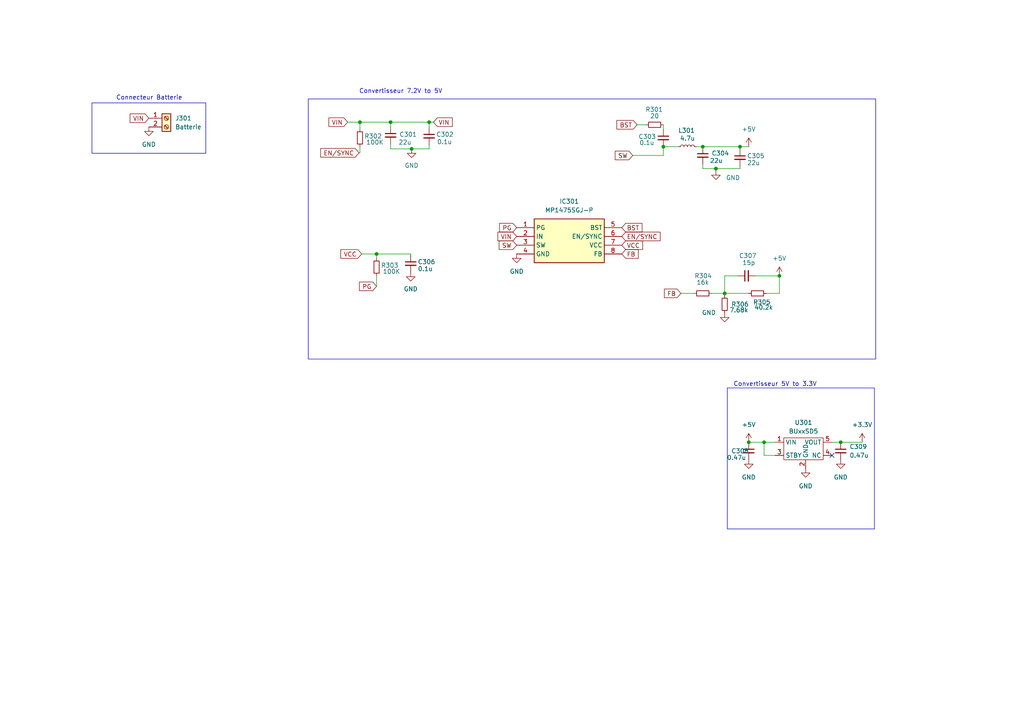
<source format=kicad_sch>
(kicad_sch (version 20231120) (generator "eeschema") (generator_version "8.0")
  (paper "A4")
  (title_block (title "ESE_BAHL") (date "2024-09-17") (rev "v1.09.24") (company "ENSEA"))
  (lib_symbols
    (symbol "Connector:Screw_Terminal_01x02" (pin_names (offset 1.016) hide)
      (property "Reference" "J" (at 0 2.54 0))
      (property "Value" "Screw_Terminal_01x02" (at 0 -5.08 0))
      (symbol "Screw_Terminal_01x02_1_1"
        (rectangle (start -1.27 1.27) (end 1.27 -3.81) (stroke (width 0.254)) (fill (type background)))
        (circle (center 0 -2.54) (radius 0.635) (stroke (width 0.1524)))
        (polyline (pts (xy -0.5334 -2.2098) (xy 0.3302 -3.048)) (stroke (width 0.1524)))
        (polyline (pts (xy -0.5334 0.3302) (xy 0.3302 -0.508)) (stroke (width 0.1524)))
        (polyline (pts (xy -0.3556 -2.032) (xy 0.508 -2.8702)) (stroke (width 0.1524)))
        (polyline (pts (xy -0.3556 0.508) (xy 0.508 -0.3302)) (stroke (width 0.1524)))
        (circle (center 0 0) (radius 0.635) (stroke (width 0.1524)))
        (pin passive line (at -5.08 0 0) (length 3.81) (name "Pin_1") (number "1"))
        (pin passive line (at -5.08 -2.54 0) (length 3.81) (name "Pin_2") (number "2"))
      )
    )
    (symbol "Device:C_Small" (pin_numbers hide) (pin_names (offset 0.254) hide)
      (property "Reference" "C" (at 0.254 1.778 0))
      (property "Value" "C_Small" (at 0.254 -2.032 0))
      (symbol "C_Small_0_1"
        (polyline (pts (xy -1.524 -0.508) (xy 1.524 -0.508)) (stroke (width 0.3302)))
        (polyline (pts (xy -1.524 0.508) (xy 1.524 0.508)) (stroke (width 0.3048)))
      )
      (symbol "C_Small_1_1"
        (pin passive line (at 0 2.54 270) (length 2.032) (name "~") (number "1"))
        (pin passive line (at 0 -2.54 90) (length 2.032) (name "~") (number "2"))
      )
    )
    (symbol "Device:L_Small" (pin_numbers hide) (pin_names (offset 0.254) hide)
      (property "Reference" "L" (at 0.762 1.016 0))
      (property "Value" "L_Small" (at 0.762 -1.016 0))
      (symbol "L_Small_0_1"
        (arc (start 0 -2.032) (mid 0.5058 -1.524) (end 0 -1.016))
        (arc (start 0 -1.016) (mid 0.5058 -0.508) (end 0 0))
        (arc (start 0 0) (mid 0.5058 0.508) (end 0 1.016))
        (arc (start 0 1.016) (mid 0.5058 1.524) (end 0 2.032))
      )
      (symbol "L_Small_1_1"
        (pin passive line (at 0 2.54 270) (length 0.508) (name "~") (number "1"))
        (pin passive line (at 0 -2.54 90) (length 0.508) (name "~") (number "2"))
      )
    )
    (symbol "Device:R_Small" (pin_numbers hide) (pin_names (offset 0.254) hide)
      (property "Reference" "R" (at 0.762 0.508 0))
      (property "Value" "R_Small" (at 0.762 -1.016 0))
      (symbol "R_Small_0_1"
        (rectangle (start -0.762 1.778) (end 0.762 -1.778) (stroke (width 0.2032)))
      )
      (symbol "R_Small_1_1"
        (pin passive line (at 0 2.54 270) (length 0.762) (name "~") (number "1"))
        (pin passive line (at 0 -2.54 90) (length 0.762) (name "~") (number "2"))
      )
    )
    (symbol "ESE_2425:BUxxSD5"
      (property "Reference" "U" (at -1.27 6.35 0))
      (property "Value" "BUxxSD5" (at 6.35 6.35 0))
      (symbol "BUxxSD5_0_1"
        (rectangle (start -2.54 3.81) (end 8.89 -2.54))
      )
      (symbol "BUxxSD5_1_1"
        (pin power_in line (at -5.08 2.54 0) (length 2.54) (name "VIN") (number "1"))
        (pin input line (at 3.81 -5.08 90) (length 2.54) (name "GND") (number "2"))
        (pin input line (at -5.08 -1.27 0) (length 2.54) (name "STBY") (number "3"))
        (pin input line (at 11.43 -1.27 180) (length 2.54) (name "NC") (number "4"))
        (pin power_out line (at 11.43 2.54 180) (length 2.54) (name "VOUT") (number "5"))
      )
    )
    (symbol "MP1475SGJ-P:MP1475SGJ-P"
      (property "Reference" "IC" (at 26.67 7.62 0))
      (property "Value" "MP1475SGJ-P" (at 26.67 5.08 0))
      (symbol "MP1475SGJ-P_1_1"
        (rectangle (start 5.08 2.54) (end 25.4 -10.16) (stroke (width 0.254)) (fill (type background)))
        (pin passive line (at 0 0 0) (length 5.08) (name "PG") (number "1"))
        (pin passive line (at 0 -2.54 0) (length 5.08) (name "IN") (number "2"))
        (pin passive line (at 0 -5.08 0) (length 5.08) (name "SW") (number "3"))
        (pin passive line (at 0 -7.62 0) (length 5.08) (name "GND") (number "4"))
        (pin passive line (at 30.48 0 180) (length 5.08) (name "BST") (number "5"))
        (pin passive line (at 30.48 -2.54 180) (length 5.08) (name "EN/SYNC") (number "6"))
        (pin passive line (at 30.48 -5.08 180) (length 5.08) (name "VCC") (number "7"))
        (pin passive line (at 30.48 -7.62 180) (length 5.08) (name "FB") (number "8"))
      )
    )
    (symbol "power:+3.3V" (power) (pin_names (offset 0))
      (property "Value" "+3.3V" (at 0 3.556 0))
      (symbol "+3.3V_0_1"
        (polyline (pts (xy -0.762 1.27) (xy 0 2.54)))
        (polyline (pts (xy 0 0) (xy 0 2.54)))
        (polyline (pts (xy 0 2.54) (xy 0.762 1.27)))
      )
      (symbol "+3.3V_1_1"
        (pin power_in line (at 0 0 90) (length 0) hide (name "+3.3V") (number "1"))
      )
    )
    (symbol "power:+5V" (power) (pin_names (offset 0))
      (property "Value" "+5V" (at 0 3.556 0))
      (symbol "+5V_0_1"
        (polyline (pts (xy -0.762 1.27) (xy 0 2.54)))
        (polyline (pts (xy 0 0) (xy 0 2.54)))
        (polyline (pts (xy 0 2.54) (xy 0.762 1.27)))
      )
      (symbol "+5V_1_1"
        (pin power_in line (at 0 0 90) (length 0) hide (name "+5V") (number "1"))
      )
    )
    (symbol "power:GND" (power) (pin_names (offset 0))
      (property "Value" "GND" (at 0 -3.81 0))
      (symbol "GND_0_1"
        (polyline (pts (xy 0 0) (xy 0 -1.27) (xy 1.27 -1.27) (xy 0 -2.54) (xy -1.27 -1.27) (xy 0 -1.27)))
      )
      (symbol "GND_1_1"
        (pin power_in line (at 0 0 270) (length 0) hide (name "GND") (number "1"))
      )
    )
  )
  (junction (at 243.84 128.27))
  (junction (at 203.835 42.545))
  (junction (at 124.46 35.433))
  (junction (at 109.22 73.66))
  (junction (at 192.405 42.545))
  (junction (at 210.185 85.09))
  (junction (at 104.394 35.433))
  (junction (at 113.284 35.433))
  (junction (at 221.615 128.27))
  (junction (at 207.645 48.895))
  (junction (at 226.06 80.01))
  (junction (at 217.17 128.27))
  (junction (at 119.38 43.18))
  (junction (at 214.63 42.545))
  (no_connect (at 241.3 132.08))
  (wire (pts (xy 124.46 35.433) (xy 124.46 36.957)))
  (wire (pts (xy 210.185 85.09) (xy 210.185 85.725)))
  (wire (pts (xy 214.63 43.18) (xy 214.63 42.545)))
  (wire (pts (xy 250.063 128.27) (xy 243.84 128.27)))
  (wire (pts (xy 104.394 44.323) (xy 104.14 44.323)))
  (wire (pts (xy 224.79 132.08) (xy 221.615 132.08)))
  (wire (pts (xy 124.46 35.433) (xy 125.73 35.433)))
  (wire (pts (xy 203.835 47.625) (xy 203.835 48.895)))
  (wire (pts (xy 219.075 80.01) (xy 226.06 80.01)))
  (wire (pts (xy 210.185 80.01) (xy 210.185 85.09)))
  (wire (pts (xy 206.375 85.09) (xy 210.185 85.09)))
  (wire (pts (xy 104.902 73.66) (xy 109.22 73.66)))
  (wire (pts (xy 221.615 128.27) (xy 224.79 128.27)))
  (wire (pts (xy 192.405 36.195) (xy 192.405 37.465)))
  (wire (pts (xy 201.93 42.545) (xy 203.835 42.545)))
  (wire (pts (xy 124.46 43.18) (xy 119.38 43.18)))
  (wire (pts (xy 214.63 48.26) (xy 214.63 48.895)))
  (wire (pts (xy 109.22 80.01) (xy 109.22 83.058)))
  (wire (pts (xy 203.835 48.895) (xy 207.645 48.895)))
  (wire (pts (xy 104.394 35.433) (xy 113.284 35.433)))
  (wire (pts (xy 113.284 43.18) (xy 119.38 43.18)))
  (wire (pts (xy 100.838 35.433) (xy 104.394 35.433)))
  (wire (pts (xy 104.394 35.433) (xy 104.394 37.465)))
  (wire (pts (xy 226.06 85.09) (xy 222.25 85.09)))
  (wire (pts (xy 124.46 42.037) (xy 124.46 43.18)))
  (wire (pts (xy 192.405 42.545) (xy 196.85 42.545)))
  (wire (pts (xy 113.284 35.433) (xy 124.46 35.433)))
  (wire (pts (xy 109.22 73.66) (xy 119.126 73.66)))
  (wire (pts (xy 184.785 36.195) (xy 187.325 36.195)))
  (wire (pts (xy 113.284 41.783) (xy 113.284 43.18)))
  (wire (pts (xy 104.394 42.545) (xy 104.394 44.323)))
  (wire (pts (xy 197.485 85.09) (xy 201.295 85.09)))
  (wire (pts (xy 213.995 80.01) (xy 210.185 80.01)))
  (wire (pts (xy 119.126 73.66) (xy 119.126 73.914)))
  (wire (pts (xy 241.3 128.27) (xy 243.84 128.27)))
  (wire (pts (xy 214.63 42.545) (xy 217.17 42.545)))
  (wire (pts (xy 203.835 42.545) (xy 214.63 42.545)))
  (wire (pts (xy 109.22 74.93) (xy 109.22 73.66)))
  (wire (pts (xy 221.615 132.08) (xy 221.615 128.27)))
  (wire (pts (xy 226.06 80.01) (xy 226.06 85.09)))
  (wire (pts (xy 210.185 85.09) (xy 217.17 85.09)))
  (wire (pts (xy 207.645 48.895) (xy 207.645 49.53)))
  (wire (pts (xy 113.284 35.433) (xy 113.284 36.703)))
  (wire (pts (xy 207.645 48.895) (xy 214.63 48.895)))
  (wire (pts (xy 183.515 45.085) (xy 192.405 45.085)))
  (wire (pts (xy 192.405 45.085) (xy 192.405 42.545)))
  (wire (pts (xy 217.17 128.27) (xy 221.615 128.27)))
  (rectangle (start 26.67 29.845) (end 59.69 44.45))
  (rectangle (start 210.947 112.522) (end 253.619 153.416))
  (rectangle (start 89.408 28.702) (end 254 104.14))
  (text "Convertisseur 5V to 3.3V" (at 212.725 112.268 0) (effects (font (size 1.27 1.27)) (justify left bottom)))
  (text "Convertisseur 7.2V to 5V" (at 104.14 27.305 0) (effects (font (size 1.27 1.27)) (justify left bottom)))
  (text "Connecteur Batterie" (at 33.655 29.21 0) (effects (font (size 1.27 1.27)) (justify left bottom)))
  (global_label "BST" (shape input) (at 180.34 66.04 0) (property "Intersheetrefs" "${INTERSHEET_REFS}" (effects (hide yes))))
  (global_label "PG" (shape input) (at 149.86 66.04 180) (property "Intersheetrefs" "${INTERSHEET_REFS}" (effects (hide yes))))
  (global_label "SW" (shape input) (at 183.515 45.085 180) (property "Intersheetrefs" "${INTERSHEET_REFS}" (effects (hide yes))))
  (global_label "VCC" (shape input) (at 104.902 73.66 180) (property "Intersheetrefs" "${INTERSHEET_REFS}" (effects (hide yes))))
  (global_label "FB" (shape input) (at 197.485 85.09 180) (property "Intersheetrefs" "${INTERSHEET_REFS}" (effects (hide yes))))
  (global_label "VIN" (shape input) (at 43.18 34.29 180) (property "Intersheetrefs" "${INTERSHEET_REFS}" (effects (hide yes))))
  (global_label "VIN" (shape input) (at 125.73 35.433 0) (property "Intersheetrefs" "${INTERSHEET_REFS}" (effects (hide yes))))
  (global_label "VIN" (shape input) (at 100.838 35.433 180) (property "Intersheetrefs" "${INTERSHEET_REFS}" (effects (hide yes))))
  (global_label "EN{slash}SYNC" (shape input) (at 180.34 68.58 0) (property "Intersheetrefs" "${INTERSHEET_REFS}" (effects (hide yes))))
  (global_label "EN{slash}SYNC" (shape input) (at 104.14 44.323 180) (property "Intersheetrefs" "${INTERSHEET_REFS}" (effects (hide yes))))
  (global_label "PG" (shape input) (at 109.22 83.058 180) (property "Intersheetrefs" "${INTERSHEET_REFS}" (effects (hide yes))))
  (global_label "SW" (shape input) (at 149.86 71.12 180) (property "Intersheetrefs" "${INTERSHEET_REFS}" (effects (hide yes))))
  (global_label "VIN" (shape input) (at 149.86 68.58 180) (property "Intersheetrefs" "${INTERSHEET_REFS}" (effects (hide yes))))
  (global_label "VCC" (shape input) (at 180.34 71.12 0) (property "Intersheetrefs" "${INTERSHEET_REFS}" (effects (hide yes))))
  (global_label "FB" (shape input) (at 180.34 73.66 0) (property "Intersheetrefs" "${INTERSHEET_REFS}" (effects (hide yes))))
  (global_label "BST" (shape input) (at 184.785 36.195 180) (property "Intersheetrefs" "${INTERSHEET_REFS}" (effects (hide yes))))
  (symbol (lib_id "Device:C_Small") (at 216.535 80.01 90) (unit 1)
    (property "Reference" "C307" (at 219.456 74.168 90) (effects (justify left)))
    (property "Value" "15p" (at 219.075 76.2 90) (effects (justify left)))
    (property "Footprint" "Capacitor_SMD:C_0603_1608Metric_Pad1.08x0.95mm_HandSolder" (effects (hide yes)))
  )
  (symbol (lib_id "power:+5V") (at 226.06 80.01 0) (unit 1)
    (property "Reference" "#PWR0307" (effects (hide yes)))
    (property "Value" "+5V" (at 226.06 74.93 0))
  )
  (symbol (lib_id "Device:L_Small") (at 199.39 42.545 90) (unit 1)
    (property "Reference" "L301" (at 199.136 37.846 90))
    (property "Value" "4.7u" (at 199.39 40.132 90))
    (property "Footprint" "Inductor_SMD:L_0603_1608Metric_Pad1.05x0.95mm_HandSolder" (effects (hide yes)))
  )
  (symbol (lib_id "power:GND") (at 243.84 133.35 0) (unit 1)
    (property "Reference" "#PWR0312" (effects (hide yes)))
    (property "Value" "GND" (at 243.84 138.43 0))
  )
  (symbol (lib_id "Device:C_Small") (at 214.63 45.72 0) (unit 1)
    (property "Reference" "C305" (at 216.662 45.212 0) (effects (justify left)))
    (property "Value" "22u" (at 216.662 47.244 0) (effects (justify left)))
    (property "Footprint" "Capacitor_SMD:C_0603_1608Metric_Pad1.08x0.95mm_HandSolder" (effects (hide yes)))
  )
  (symbol (lib_id "power:+5V") (at 217.17 128.27 0) (unit 1)
    (property "Reference" "#PWR0309" (effects (hide yes)))
    (property "Value" "+5V" (at 217.17 123.19 0))
  )
  (symbol (lib_id "Device:C_Small") (at 124.46 39.497 0) (unit 1)
    (property "Reference" "C302" (at 126.492 38.989 0) (effects (justify left)))
    (property "Value" "0.1u" (at 126.746 41.148 0) (effects (justify left)))
    (property "Footprint" "Capacitor_SMD:C_0603_1608Metric_Pad1.08x0.95mm_HandSolder" (effects (hide yes)))
  )
  (symbol (lib_id "power:GND") (at 119.126 78.994 0) (unit 1)
    (property "Reference" "#PWR0306" (effects (hide yes)))
    (property "Value" "GND" (at 119.126 83.82 0))
  )
  (symbol (lib_id "power:GND") (at 207.645 49.53 0) (unit 1)
    (property "Reference" "#PWR0304" (effects (hide yes)))
    (property "Value" "GND" (at 212.598 51.562 0))
  )
  (symbol (lib_id "Connector:Screw_Terminal_01x02") (at 48.26 34.29 0) (unit 1)
    (property "Reference" "J301" (at 50.8 34.29 0) (effects (justify left)))
    (property "Value" "Batterie" (at 50.8 36.83 0) (effects (justify left)))
    (property "Footprint" "Connector_JST:JST_EH_B2B-EH-A_1x02_P2.50mm_Vertical" (effects (hide yes)))
  )
  (symbol (lib_id "power:GND") (at 210.185 90.805 0) (unit 1)
    (property "Reference" "#PWR0308" (effects (hide yes)))
    (property "Value" "GND" (at 205.613 90.678 0))
  )
  (symbol (lib_id "ESE_2425:BUxxSD5") (at 229.87 130.81 0) (unit 1)
    (property "Reference" "U301" (at 233.045 122.555 0))
    (property "Value" "BUxxSD5" (at 233.045 125.095 0))
    (property "Footprint" "Package_TO_SOT_SMD:SOT-23-5_HandSoldering" (effects (hide yes)))
    (property "Datasheet" "https://docs.rs-online.com/73f1/0900766b81539973.pdf" (effects (hide yes)))
  )
  (symbol (lib_id "power:GND") (at 119.38 43.18 0) (unit 1)
    (property "Reference" "#PWR0303" (effects (hide yes)))
    (property "Value" "GND" (at 119.38 48.006 0))
  )
  (symbol (lib_id "power:GND") (at 43.18 36.83 0) (unit 1)
    (property "Reference" "#PWR0301" (effects (hide yes)))
    (property "Value" "GND" (at 43.18 41.91 0))
  )
  (symbol (lib_id "Device:R_Small") (at 203.835 85.09 90) (unit 1)
    (property "Reference" "R304" (at 203.962 80.01 90))
    (property "Value" "16k" (at 203.835 81.915 90))
    (property "Footprint" "Resistor_SMD:R_0603_1608Metric_Pad0.98x0.95mm_HandSolder" (effects (hide yes)))
  )
  (symbol (lib_id "Device:R_Small") (at 189.865 36.195 90) (unit 1)
    (property "Reference" "R301" (at 189.738 31.75 90))
    (property "Value" "20" (at 189.865 33.655 90))
    (property "Footprint" "Resistor_SMD:R_0603_1608Metric_Pad0.98x0.95mm_HandSolder" (effects (hide yes)))
  )
  (symbol (lib_id "Device:C_Small") (at 192.405 40.005 0) (unit 1)
    (property "Reference" "C303" (at 185.166 39.624 0) (effects (justify left)))
    (property "Value" "0.1u" (at 185.42 41.402 0) (effects (justify left)))
    (property "Footprint" "Capacitor_SMD:C_0603_1608Metric_Pad1.08x0.95mm_HandSolder" (effects (hide yes)))
  )
  (symbol (lib_id "Device:R_Small") (at 219.71 85.09 90) (unit 1)
    (property "Reference" "R305" (at 220.98 87.63 90))
    (property "Value" "40.2k" (at 221.488 89.154 90))
    (property "Footprint" "Resistor_SMD:R_0603_1608Metric_Pad0.98x0.95mm_HandSolder" (effects (hide yes)))
  )
  (symbol (lib_id "Device:C_Small") (at 203.835 45.085 0) (unit 1)
    (property "Reference" "C304" (at 206.375 44.45 0) (effects (justify left)))
    (property "Value" "22u" (at 205.867 46.609 0) (effects (justify left)))
    (property "Footprint" "Capacitor_SMD:C_0603_1608Metric_Pad1.08x0.95mm_HandSolder" (effects (hide yes)))
  )
  (symbol (lib_id "Device:C_Small") (at 113.284 39.243 0) (unit 1)
    (property "Reference" "C301" (at 115.824 38.989 0) (effects (justify left)))
    (property "Value" "22u" (at 115.57 41.275 0) (effects (justify left)))
    (property "Footprint" "Capacitor_SMD:C_0603_1608Metric_Pad1.08x0.95mm_HandSolder" (effects (hide yes)))
  )
  (symbol (lib_id "power:GND") (at 149.86 73.66 0) (unit 1)
    (property "Reference" "#PWR0305" (effects (hide yes)))
    (property "Value" "GND" (at 149.86 78.74 0))
  )
  (symbol (lib_id "Device:C_Small") (at 243.84 130.81 0) (unit 1)
    (property "Reference" "C309" (at 246.38 129.5463 0) (effects (justify left)))
    (property "Value" "0.47u" (at 246.38 132.0863 0) (effects (justify left)))
    (property "Footprint" "Capacitor_SMD:C_0603_1608Metric_Pad1.08x0.95mm_HandSolder" (effects (hide yes)))
  )
  (symbol (lib_id "Device:C_Small") (at 217.17 130.81 0) (unit 1)
    (property "Reference" "C308" (at 212.09 130.81 0) (effects (justify left)))
    (property "Value" "0.47u" (at 210.82 132.715 0) (effects (justify left)))
    (property "Footprint" "Capacitor_SMD:C_0603_1608Metric_Pad1.08x0.95mm_HandSolder" (effects (hide yes)))
  )
  (symbol (lib_id "Device:R_Small") (at 109.22 77.47 0) (unit 1)
    (property "Reference" "R303" (at 110.49 76.962 0) (effects (justify left)))
    (property "Value" "100K" (at 110.998 78.74 0) (effects (justify left)))
    (property "Footprint" "Resistor_SMD:R_0603_1608Metric_Pad0.98x0.95mm_HandSolder" (effects (hide yes)))
  )
  (symbol (lib_id "Device:R_Small") (at 104.394 40.005 0) (unit 1)
    (property "Reference" "R302" (at 105.664 39.497 0) (effects (justify left)))
    (property "Value" "100K" (at 106.172 41.275 0) (effects (justify left)))
    (property "Footprint" "Resistor_SMD:R_0603_1608Metric_Pad0.98x0.95mm_HandSolder" (effects (hide yes)))
  )
  (symbol (lib_id "power:GND") (at 233.68 135.89 0) (unit 1)
    (property "Reference" "#PWR0313" (effects (hide yes)))
    (property "Value" "GND" (at 233.68 140.97 0))
  )
  (symbol (lib_id "power:GND") (at 217.17 133.35 0) (unit 1)
    (property "Reference" "#PWR0311" (effects (hide yes)))
    (property "Value" "GND" (at 217.17 138.43 0))
  )
  (symbol (lib_id "Device:R_Small") (at 210.185 88.265 0) (unit 1)
    (property "Reference" "R306" (at 212.09 88.265 0) (effects (justify left)))
    (property "Value" "7.68k" (at 211.582 89.916 0) (effects (justify left)))
    (property "Footprint" "Resistor_SMD:R_0603_1608Metric_Pad0.98x0.95mm_HandSolder" (effects (hide yes)))
  )
  (symbol (lib_id "power:+5V") (at 217.17 42.545 0) (unit 1)
    (property "Reference" "#PWR0302" (effects (hide yes)))
    (property "Value" "+5V" (at 217.17 37.465 0))
  )
  (symbol (lib_id "MP1475SGJ-P:MP1475SGJ-P") (at 149.86 66.04 0) (unit 1)
    (property "Reference" "IC301" (at 165.1 58.42 0))
    (property "Value" "MP1475SGJ-P" (at 165.1 60.96 0))
    (property "Footprint" "Package_TO_SOT_SMD:TSOT-23-8_HandSoldering" (effects (hide yes)))
    (property "Datasheet" "http://media.digikey.com/pdf/Data%20Sheets/Monolithic%20Power%20PDF" (effects (hide yes)))
    (property "Height" "1" (effects (hide yes)))
    (property "Mouser Part Number" "946-MP1475SGJ-P" (effects (hide yes)))
    (property "Mouser Price/Stock" "https://www.mouser.co.uk/ProductDetail/Monolithic-Power-Systems-MPS/MP1475SGJ-P?qs=FIQZoK1q933LtAjxu26L8w%3D%3D" (effects (hide yes)))
    (property "Manufacturer_Name" "Monolithic Power Systems (MPS)" (effects (hide yes)))
    (property "Manufacturer_Part_Number" "MP1475SGJ-P" (effects (hide yes)))
  )
  (symbol (lib_id "Device:C_Small") (at 119.126 76.454 0) (unit 1)
    (property "Reference" "C306" (at 121.158 75.946 0) (effects (justify left)))
    (property "Value" "0.1u" (at 121.158 77.978 0) (effects (justify left)))
    (property "Footprint" "Capacitor_SMD:C_0603_1608Metric_Pad1.08x0.95mm_HandSolder" (effects (hide yes)))
  )
  (symbol (lib_id "power:+3.3V") (at 250.063 128.27 0) (unit 1)
    (property "Reference" "#PWR0310" (effects (hide yes)))
    (property "Value" "+3.3V" (at 250.063 123.19 0))
  )
)
</source>
